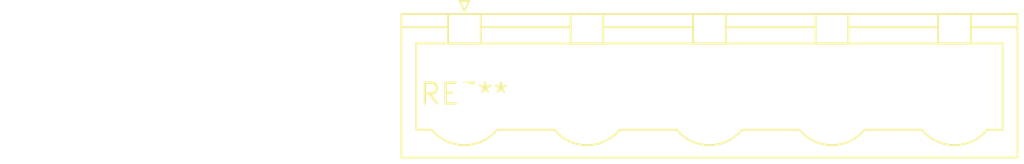
<source format=kicad_pcb>
(kicad_pcb (version 20240108) (generator pcbnew)
  (layers (0 "F.Cu" signal) (31 "B.Cu" signal) (34 "B.Paste" user) (35 "F.Paste" user) (36 "B.SilkS" user "B.Silkscreen") (37 "F.SilkS" user "F.Silkscreen") (38 "B.Mask" user) (39 "F.Mask" user) (44 "Edge.Cuts" user))
  (net 0 "")
  (footprint "PhoenixContact_GMSTBVA_2,5_5-G_1x05_P7.50mm_Vertical" (layer "F.Cu") (at 0 0)
    (property "Reference" "REF**")
    (property "Value" "PhoenixContact_GMSTBVA_2,5_5-G_1x05_P7.50mm_Vertical")
    (fp_line (start -3.86 -4.91) (end -3.86 3.91) (layer "F.SilkS") (stroke (width 0.12)))
    (fp_line (start -3.86 -4.1) (end -1.11 -4.1) (layer "F.SilkS") (stroke (width 0.12)))
    (fp_line (start -3.86 3.91) (end 33.86 3.91) (layer "F.SilkS") (stroke (width 0.12)))
    (fp_line (start -2.95 -3.1) (end 32.95 -3.1) (layer "F.SilkS") (stroke (width 0.12)))
    (fp_line (start -2.95 2.2) (end -2.95 -3.1) (layer "F.SilkS") (stroke (width 0.12)))
    (fp_line (start -2 2.2) (end -2.95 2.2) (layer "F.SilkS") (stroke (width 0.12)))
    (fp_line (start -1 -4.91) (end 1 -4.91) (layer "F.SilkS") (stroke (width 0.12)))
    (fp_line (start -1 -3.1) (end -1 -4.91) (layer "F.SilkS") (stroke (width 0.12)))
    (fp_line (start -0.3 -5.71) (end 0.3 -5.71) (layer "F.SilkS") (stroke (width 0.12)))
    (fp_line (start 0 -5.11) (end -0.3 -5.71) (layer "F.SilkS") (stroke (width 0.12)))
    (fp_line (start 0.3 -5.71) (end 0 -5.11) (layer "F.SilkS") (stroke (width 0.12)))
    (fp_line (start 1 -4.91) (end 1 -3.1) (layer "F.SilkS") (stroke (width 0.12)))
    (fp_line (start 1 -4.1) (end 6.5 -4.1) (layer "F.SilkS") (stroke (width 0.12)))
    (fp_line (start 1 -3.1) (end -1 -3.1) (layer "F.SilkS") (stroke (width 0.12)))
    (fp_line (start 2 2.2) (end 5.5 2.2) (layer "F.SilkS") (stroke (width 0.12)))
    (fp_line (start 6.5 -4.91) (end 8.5 -4.91) (layer "F.SilkS") (stroke (width 0.12)))
    (fp_line (start 6.5 -3.1) (end 6.5 -4.91) (layer "F.SilkS") (stroke (width 0.12)))
    (fp_line (start 8.5 -4.91) (end 8.5 -3.1) (layer "F.SilkS") (stroke (width 0.12)))
    (fp_line (start 8.5 -4.1) (end 14 -4.1) (layer "F.SilkS") (stroke (width 0.12)))
    (fp_line (start 8.5 -3.1) (end 6.5 -3.1) (layer "F.SilkS") (stroke (width 0.12)))
    (fp_line (start 9.5 2.2) (end 13 2.2) (layer "F.SilkS") (stroke (width 0.12)))
    (fp_line (start 14 -4.91) (end 16 -4.91) (layer "F.SilkS") (stroke (width 0.12)))
    (fp_line (start 14 -3.1) (end 14 -4.91) (layer "F.SilkS") (stroke (width 0.12)))
    (fp_line (start 16 -4.91) (end 16 -3.1) (layer "F.SilkS") (stroke (width 0.12)))
    (fp_line (start 16 -4.1) (end 21.5 -4.1) (layer "F.SilkS") (stroke (width 0.12)))
    (fp_line (start 16 -3.1) (end 14 -3.1) (layer "F.SilkS") (stroke (width 0.12)))
    (fp_line (start 17 2.2) (end 20.5 2.2) (layer "F.SilkS") (stroke (width 0.12)))
    (fp_line (start 21.5 -4.91) (end 23.5 -4.91) (layer "F.SilkS") (stroke (width 0.12)))
    (fp_line (start 21.5 -3.1) (end 21.5 -4.91) (layer "F.SilkS") (stroke (width 0.12)))
    (fp_line (start 23.5 -4.91) (end 23.5 -3.1) (layer "F.SilkS") (stroke (width 0.12)))
    (fp_line (start 23.5 -4.1) (end 29 -4.1) (layer "F.SilkS") (stroke (width 0.12)))
    (fp_line (start 23.5 -3.1) (end 21.5 -3.1) (layer "F.SilkS") (stroke (width 0.12)))
    (fp_line (start 24.5 2.2) (end 28 2.2) (layer "F.SilkS") (stroke (width 0.12)))
    (fp_line (start 29 -4.91) (end 31 -4.91) (layer "F.SilkS") (stroke (width 0.12)))
    (fp_line (start 29 -3.1) (end 29 -4.91) (layer "F.SilkS") (stroke (width 0.12)))
    (fp_line (start 31 -4.91) (end 31 -3.1) (layer "F.SilkS") (stroke (width 0.12)))
    (fp_line (start 31 -3.1) (end 29 -3.1) (layer "F.SilkS") (stroke (width 0.12)))
    (fp_line (start 32.95 -3.1) (end 32.95 2.2) (layer "F.SilkS") (stroke (width 0.12)))
    (fp_line (start 32.95 2.2) (end 32 2.2) (layer "F.SilkS") (stroke (width 0.12)))
    (fp_line (start 33.86 -4.91) (end -3.86 -4.91) (layer "F.SilkS") (stroke (width 0.12)))
    (fp_line (start 33.86 -4.1) (end 31.11 -4.1) (layer "F.SilkS") (stroke (width 0.12)))
    (fp_line (start 33.86 3.91) (end 33.86 -4.91) (layer "F.SilkS") (stroke (width 0.12)))
    (fp_arc (start 1.986842 2.215821) (mid -0.010289 3.142758) (end -2 2.2) (layer "F.SilkS") (stroke (width 0.12)))
    (fp_arc (start 9.486842 2.215821) (mid 7.489711 3.142758) (end 5.5 2.2) (layer "F.SilkS") (stroke (width 0.12)))
    (fp_arc (start 16.986842 2.215821) (mid 14.989711 3.142758) (end 13 2.2) (layer "F.SilkS") (stroke (width 0.12)))
    (fp_arc (start 24.486842 2.215821) (mid 22.489711 3.142758) (end 20.5 2.2) (layer "F.SilkS") (stroke (width 0.12)))
    (fp_arc (start 31.986842 2.215821) (mid 29.989711 3.142758) (end 28 2.2) (layer "F.SilkS") (stroke (width 0.12)))
    (pad "1" thru_hole roundrect (at 0 0) (size 2 3.6) (drill 1.4) (layers *.Cu *.Mask) (remove_unused_layers) (roundrect_rratio 0.125))
    (pad "2" thru_hole oval (at 7.5 0) (size 2 3.6) (drill 1.4) (layers *.Cu *.Mask) (remove_unused_layers))
    (pad "3" thru_hole oval (at 15 0) (size 2 3.6) (drill 1.4) (layers *.Cu *.Mask) (remove_unused_layers))
    (pad "4" thru_hole oval (at 22.5 0) (size 2 3.6) (drill 1.4) (layers *.Cu *.Mask) (remove_unused_layers))
    (pad "5" thru_hole oval (at 30 0) (size 2 3.6) (drill 1.4) (layers *.Cu *.Mask) (remove_unused_layers))
  )
)
</source>
